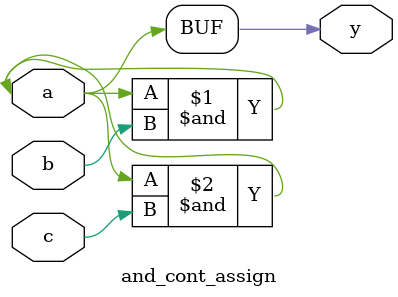
<source format=v>

module and_cont_assign          // incorrect code for a reduced and circuit
    (
     input wire a,b,c,
     output reg y
    );
    
    assign y = a;
    assign y = y & b;
    assign y = y & c;
     
endmodule // and_cont_assign    
</source>
